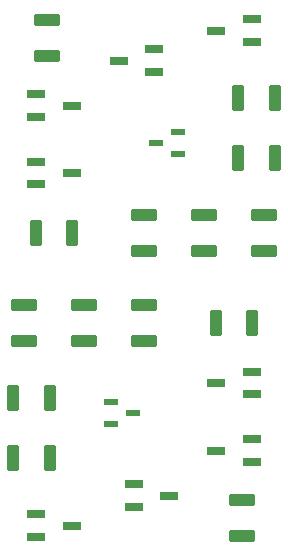
<source format=gbp>
G04 #@! TF.GenerationSoftware,KiCad,Pcbnew,(6.0.9)*
G04 #@! TF.CreationDate,2022-12-02T23:37:32+01:00*
G04 #@! TF.ProjectId,SPI2WS2812,53504932-5753-4323-9831-322e6b696361,rev?*
G04 #@! TF.SameCoordinates,Original*
G04 #@! TF.FileFunction,Paste,Bot*
G04 #@! TF.FilePolarity,Positive*
%FSLAX46Y46*%
G04 Gerber Fmt 4.6, Leading zero omitted, Abs format (unit mm)*
G04 Created by KiCad (PCBNEW (6.0.9)) date 2022-12-02 23:37:32*
%MOMM*%
%LPD*%
G01*
G04 APERTURE LIST*
G04 Aperture macros list*
%AMRoundRect*
0 Rectangle with rounded corners*
0 $1 Rounding radius*
0 $2 $3 $4 $5 $6 $7 $8 $9 X,Y pos of 4 corners*
0 Add a 4 corners polygon primitive as box body*
4,1,4,$2,$3,$4,$5,$6,$7,$8,$9,$2,$3,0*
0 Add four circle primitives for the rounded corners*
1,1,$1+$1,$2,$3*
1,1,$1+$1,$4,$5*
1,1,$1+$1,$6,$7*
1,1,$1+$1,$8,$9*
0 Add four rect primitives between the rounded corners*
20,1,$1+$1,$2,$3,$4,$5,0*
20,1,$1+$1,$4,$5,$6,$7,0*
20,1,$1+$1,$6,$7,$8,$9,0*
20,1,$1+$1,$8,$9,$2,$3,0*%
G04 Aperture macros list end*
%ADD10R,1.520000X0.640000*%
%ADD11RoundRect,0.117500X-0.962500X0.412500X-0.962500X-0.412500X0.962500X-0.412500X0.962500X0.412500X0*%
%ADD12RoundRect,0.117500X-0.412500X-0.962500X0.412500X-0.962500X0.412500X0.962500X-0.412500X0.962500X0*%
%ADD13RoundRect,0.117500X0.962500X-0.412500X0.962500X0.412500X-0.962500X0.412500X-0.962500X-0.412500X0*%
%ADD14RoundRect,0.002500X-0.587500X-0.237500X0.587500X-0.237500X0.587500X0.237500X-0.587500X0.237500X0*%
%ADD15RoundRect,0.120000X-0.400000X-0.940000X0.400000X-0.940000X0.400000X0.940000X-0.400000X0.940000X0*%
%ADD16RoundRect,0.117500X0.412500X0.962500X-0.412500X0.962500X-0.412500X-0.962500X0.412500X-0.962500X0*%
%ADD17RoundRect,0.120000X-0.940000X0.400000X-0.940000X-0.400000X0.940000X-0.400000X0.940000X0.400000X0*%
%ADD18RoundRect,0.120000X0.940000X-0.400000X0.940000X0.400000X-0.940000X0.400000X-0.940000X-0.400000X0*%
%ADD19RoundRect,0.002500X0.587500X0.237500X-0.587500X0.237500X-0.587500X-0.237500X0.587500X-0.237500X0*%
%ADD20RoundRect,0.120000X0.400000X0.940000X-0.400000X0.940000X-0.400000X-0.940000X0.400000X-0.940000X0*%
G04 APERTURE END LIST*
D10*
X103275000Y-105725001D03*
X103275000Y-103825001D03*
X106275000Y-104775001D03*
D11*
X99060001Y-88607504D03*
X99060001Y-91732504D03*
D12*
X93052504Y-101600002D03*
X96177504Y-101600002D03*
D10*
X113260000Y-64455000D03*
X113260000Y-66355000D03*
X110260000Y-65405000D03*
X95020001Y-72704999D03*
X95020001Y-70804999D03*
X98020001Y-71754999D03*
D13*
X109220001Y-84112501D03*
X109220001Y-80987501D03*
X112395001Y-108242500D03*
X112395001Y-105117500D03*
D11*
X95885001Y-64477501D03*
X95885001Y-67602501D03*
D10*
X113260005Y-100015001D03*
X113260005Y-101915001D03*
X110260005Y-100965001D03*
D14*
X101297501Y-98740003D03*
X101297501Y-96840003D03*
X103172501Y-97790003D03*
D15*
X110210002Y-90170000D03*
X113310002Y-90170000D03*
D16*
X115227501Y-71120001D03*
X112102501Y-71120001D03*
D17*
X114300000Y-81000000D03*
X114300000Y-84100000D03*
D11*
X104139999Y-88607501D03*
X104139999Y-91732501D03*
D18*
X93980000Y-91720000D03*
X93980000Y-88620000D03*
D19*
X106982499Y-73979999D03*
X106982499Y-75879999D03*
X105107499Y-74929999D03*
D15*
X93065002Y-96520001D03*
X96165002Y-96520001D03*
D20*
X115214999Y-76199999D03*
X112114999Y-76199999D03*
D10*
X95020000Y-108265000D03*
X95020000Y-106365000D03*
X98020000Y-107315000D03*
X95020001Y-78419999D03*
X95020001Y-76519999D03*
X98020001Y-77469999D03*
X113260001Y-94299999D03*
X113260001Y-96199999D03*
X110260001Y-95249999D03*
D13*
X104140000Y-84112500D03*
X104140000Y-80987500D03*
D20*
X98070000Y-82550001D03*
X94970000Y-82550001D03*
D10*
X105005001Y-66994999D03*
X105005001Y-68894999D03*
X102005001Y-67944999D03*
M02*

</source>
